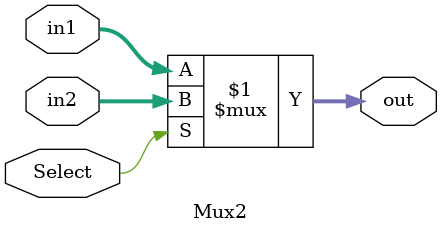
<source format=v>
`timescale 1ns / 1ps

module Mux2(
    input Select,
    input[31:0] in1,
    input[31:0] in2,
    output[31:0] out
    );
    assign out = Select ? in2 : in1;
endmodule

</source>
